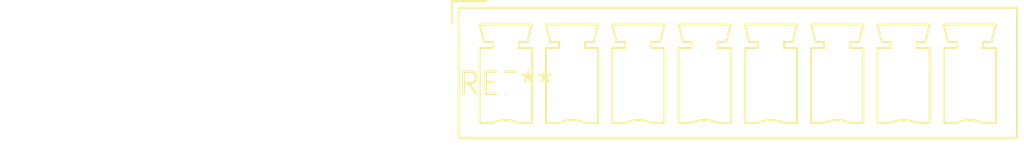
<source format=kicad_pcb>
(kicad_pcb (version 20240108) (generator pcbnew)
  (layers (0 "F.Cu" signal) (31 "B.Cu" signal) (34 "B.Paste" user) (35 "F.Paste" user) (36 "B.SilkS" user "B.Silkscreen") (37 "F.SilkS" user "F.Silkscreen") (38 "B.Mask" user) (39 "F.Mask" user) (44 "Edge.Cuts" user))
  (net 0 "")
  (footprint "PhoenixContact_MCV_1,5_8-G-3.81_1x08_P3.81mm_Vertical" (layer "F.Cu") (at 0 0)
    (property "Reference" "REF**")
    (property "Value" "PhoenixContact_MCV_1,5_8-G-3.81_1x08_P3.81mm_Vertical")
    (fp_line (start -3.1 -4.75) (end -1.1 -4.75) (layer "F.SilkS") (stroke (width 0.12)))
    (fp_line (start -3.1 -3.5) (end -3.1 -4.75) (layer "F.SilkS") (stroke (width 0.12)))
    (fp_line (start -2.71 -4.36) (end -2.71 3.11) (layer "F.SilkS") (stroke (width 0.12)))
    (fp_line (start -2.71 3.11) (end 29.38 3.11) (layer "F.SilkS") (stroke (width 0.12)))
    (fp_line (start -1.5 -3.4) (end 1.5 -3.4) (layer "F.SilkS") (stroke (width 0.12)))
    (fp_line (start -1.5 -2.05) (end -0.75 -2.05) (layer "F.SilkS") (stroke (width 0.12)))
    (fp_line (start -1.5 2.25) (end -1.5 -2.05) (layer "F.SilkS") (stroke (width 0.12)))
    (fp_line (start -1.25 -2.4) (end -1.5 -3.4) (layer "F.SilkS") (stroke (width 0.12)))
    (fp_line (start -0.75 -2.4) (end -1.25 -2.4) (layer "F.SilkS") (stroke (width 0.12)))
    (fp_line (start -0.75 -2.05) (end -0.75 -2.4) (layer "F.SilkS") (stroke (width 0.12)))
    (fp_line (start -0.75 2.25) (end -1.5 2.25) (layer "F.SilkS") (stroke (width 0.12)))
    (fp_line (start 0.75 -2.4) (end 0.75 -2.05) (layer "F.SilkS") (stroke (width 0.12)))
    (fp_line (start 0.75 -2.05) (end 1.5 -2.05) (layer "F.SilkS") (stroke (width 0.12)))
    (fp_line (start 1.25 -2.4) (end 0.75 -2.4) (layer "F.SilkS") (stroke (width 0.12)))
    (fp_line (start 1.5 -3.4) (end 1.25 -2.4) (layer "F.SilkS") (stroke (width 0.12)))
    (fp_line (start 1.5 -2.05) (end 1.5 2.25) (layer "F.SilkS") (stroke (width 0.12)))
    (fp_line (start 1.5 2.25) (end 0.75 2.25) (layer "F.SilkS") (stroke (width 0.12)))
    (fp_line (start 2.31 -3.4) (end 5.31 -3.4) (layer "F.SilkS") (stroke (width 0.12)))
    (fp_line (start 2.31 -2.05) (end 3.06 -2.05) (layer "F.SilkS") (stroke (width 0.12)))
    (fp_line (start 2.31 2.25) (end 2.31 -2.05) (layer "F.SilkS") (stroke (width 0.12)))
    (fp_line (start 2.56 -2.4) (end 2.31 -3.4) (layer "F.SilkS") (stroke (width 0.12)))
    (fp_line (start 3.06 -2.4) (end 2.56 -2.4) (layer "F.SilkS") (stroke (width 0.12)))
    (fp_line (start 3.06 -2.05) (end 3.06 -2.4) (layer "F.SilkS") (stroke (width 0.12)))
    (fp_line (start 3.06 2.25) (end 2.31 2.25) (layer "F.SilkS") (stroke (width 0.12)))
    (fp_line (start 4.56 -2.4) (end 4.56 -2.05) (layer "F.SilkS") (stroke (width 0.12)))
    (fp_line (start 4.56 -2.05) (end 5.31 -2.05) (layer "F.SilkS") (stroke (width 0.12)))
    (fp_line (start 5.06 -2.4) (end 4.56 -2.4) (layer "F.SilkS") (stroke (width 0.12)))
    (fp_line (start 5.31 -3.4) (end 5.06 -2.4) (layer "F.SilkS") (stroke (width 0.12)))
    (fp_line (start 5.31 -2.05) (end 5.31 2.25) (layer "F.SilkS") (stroke (width 0.12)))
    (fp_line (start 5.31 2.25) (end 4.56 2.25) (layer "F.SilkS") (stroke (width 0.12)))
    (fp_line (start 6.12 -3.4) (end 9.12 -3.4) (layer "F.SilkS") (stroke (width 0.12)))
    (fp_line (start 6.12 -2.05) (end 6.87 -2.05) (layer "F.SilkS") (stroke (width 0.12)))
    (fp_line (start 6.12 2.25) (end 6.12 -2.05) (layer "F.SilkS") (stroke (width 0.12)))
    (fp_line (start 6.37 -2.4) (end 6.12 -3.4) (layer "F.SilkS") (stroke (width 0.12)))
    (fp_line (start 6.87 -2.4) (end 6.37 -2.4) (layer "F.SilkS") (stroke (width 0.12)))
    (fp_line (start 6.87 -2.05) (end 6.87 -2.4) (layer "F.SilkS") (stroke (width 0.12)))
    (fp_line (start 6.87 2.25) (end 6.12 2.25) (layer "F.SilkS") (stroke (width 0.12)))
    (fp_line (start 8.37 -2.4) (end 8.37 -2.05) (layer "F.SilkS") (stroke (width 0.12)))
    (fp_line (start 8.37 -2.05) (end 9.12 -2.05) (layer "F.SilkS") (stroke (width 0.12)))
    (fp_line (start 8.87 -2.4) (end 8.37 -2.4) (layer "F.SilkS") (stroke (width 0.12)))
    (fp_line (start 9.12 -3.4) (end 8.87 -2.4) (layer "F.SilkS") (stroke (width 0.12)))
    (fp_line (start 9.12 -2.05) (end 9.12 2.25) (layer "F.SilkS") (stroke (width 0.12)))
    (fp_line (start 9.12 2.25) (end 8.37 2.25) (layer "F.SilkS") (stroke (width 0.12)))
    (fp_line (start 9.93 -3.4) (end 12.93 -3.4) (layer "F.SilkS") (stroke (width 0.12)))
    (fp_line (start 9.93 -2.05) (end 10.68 -2.05) (layer "F.SilkS") (stroke (width 0.12)))
    (fp_line (start 9.93 2.25) (end 9.93 -2.05) (layer "F.SilkS") (stroke (width 0.12)))
    (fp_line (start 10.18 -2.4) (end 9.93 -3.4) (layer "F.SilkS") (stroke (width 0.12)))
    (fp_line (start 10.68 -2.4) (end 10.18 -2.4) (layer "F.SilkS") (stroke (width 0.12)))
    (fp_line (start 10.68 -2.05) (end 10.68 -2.4) (layer "F.SilkS") (stroke (width 0.12)))
    (fp_line (start 10.68 2.25) (end 9.93 2.25) (layer "F.SilkS") (stroke (width 0.12)))
    (fp_line (start 12.18 -2.4) (end 12.18 -2.05) (layer "F.SilkS") (stroke (width 0.12)))
    (fp_line (start 12.18 -2.05) (end 12.93 -2.05) (layer "F.SilkS") (stroke (width 0.12)))
    (fp_line (start 12.68 -2.4) (end 12.18 -2.4) (layer "F.SilkS") (stroke (width 0.12)))
    (fp_line (start 12.93 -3.4) (end 12.68 -2.4) (layer "F.SilkS") (stroke (width 0.12)))
    (fp_line (start 12.93 -2.05) (end 12.93 2.25) (layer "F.SilkS") (stroke (width 0.12)))
    (fp_line (start 12.93 2.25) (end 12.18 2.25) (layer "F.SilkS") (stroke (width 0.12)))
    (fp_line (start 13.74 -3.4) (end 16.74 -3.4) (layer "F.SilkS") (stroke (width 0.12)))
    (fp_line (start 13.74 -2.05) (end 14.49 -2.05) (layer "F.SilkS") (stroke (width 0.12)))
    (fp_line (start 13.74 2.25) (end 13.74 -2.05) (layer "F.SilkS") (stroke (width 0.12)))
    (fp_line (start 13.99 -2.4) (end 13.74 -3.4) (layer "F.SilkS") (stroke (width 0.12)))
    (fp_line (start 14.49 -2.4) (end 13.99 -2.4) (layer "F.SilkS") (stroke (width 0.12)))
    (fp_line (start 14.49 -2.05) (end 14.49 -2.4) (layer "F.SilkS") (stroke (width 0.12)))
    (fp_line (start 14.49 2.25) (end 13.74 2.25) (layer "F.SilkS") (stroke (width 0.12)))
    (fp_line (start 15.99 -2.4) (end 15.99 -2.05) (layer "F.SilkS") (stroke (width 0.12)))
    (fp_line (start 15.99 -2.05) (end 16.74 -2.05) (layer "F.SilkS") (stroke (width 0.12)))
    (fp_line (start 16.49 -2.4) (end 15.99 -2.4) (layer "F.SilkS") (stroke (width 0.12)))
    (fp_line (start 16.74 -3.4) (end 16.49 -2.4) (layer "F.SilkS") (stroke (width 0.12)))
    (fp_line (start 16.74 -2.05) (end 16.74 2.25) (layer "F.SilkS") (stroke (width 0.12)))
    (fp_line (start 16.74 2.25) (end 15.99 2.25) (layer "F.SilkS") (stroke (width 0.12)))
    (fp_line (start 17.55 -3.4) (end 20.55 -3.4) (layer "F.SilkS") (stroke (width 0.12)))
    (fp_line (start 17.55 -2.05) (end 18.3 -2.05) (layer "F.SilkS") (stroke (width 0.12)))
    (fp_line (start 17.55 2.25) (end 17.55 -2.05) (layer "F.SilkS") (stroke (width 0.12)))
    (fp_line (start 17.8 -2.4) (end 17.55 -3.4) (layer "F.SilkS") (stroke (width 0.12)))
    (fp_line (start 18.3 -2.4) (end 17.8 -2.4) (layer "F.SilkS") (stroke (width 0.12)))
    (fp_line (start 18.3 -2.05) (end 18.3 -2.4) (layer "F.SilkS") (stroke (width 0.12)))
    (fp_line (start 18.3 2.25) (end 17.55 2.25) (layer "F.SilkS") (stroke (width 0.12)))
    (fp_line (start 19.8 -2.4) (end 19.8 -2.05) (layer "F.SilkS") (stroke (width 0.12)))
    (fp_line (start 19.8 -2.05) (end 20.55 -2.05) (layer "F.SilkS") (stroke (width 0.12)))
    (fp_line (start 20.3 -2.4) (end 19.8 -2.4) (layer "F.SilkS") (stroke (width 0.12)))
    (fp_line (start 20.55 -3.4) (end 20.3 -2.4) (layer "F.SilkS") (stroke (width 0.12)))
    (fp_line (start 20.55 -2.05) (end 20.55 2.25) (layer "F.SilkS") (stroke (width 0.12)))
    (fp_line (start 20.55 2.25) (end 19.8 2.25) (layer "F.SilkS") (stroke (width 0.12)))
    (fp_line (start 21.36 -3.4) (end 24.36 -3.4) (layer "F.SilkS") (stroke (width 0.12)))
    (fp_line (start 21.36 -2.05) (end 22.11 -2.05) (layer "F.SilkS") (stroke (width 0.12)))
    (fp_line (start 21.36 2.25) (end 21.36 -2.05) (layer "F.SilkS") (stroke (width 0.12)))
    (fp_line (start 21.61 -2.4) (end 21.36 -3.4) (layer "F.SilkS") (stroke (width 0.12)))
    (fp_line (start 22.11 -2.4) (end 21.61 -2.4) (layer "F.SilkS") (stroke (width 0.12)))
    (fp_line (start 22.11 -2.05) (end 22.11 -2.4) (layer "F.SilkS") (stroke (width 0.12)))
    (fp_line (start 22.11 2.25) (end 21.36 2.25) (layer "F.SilkS") (stroke (width 0.12)))
    (fp_line (start 23.61 -2.4) (end 23.61 -2.05) (layer "F.SilkS") (stroke (width 0.12)))
    (fp_line (start 23.61 -2.05) (end 24.36 -2.05) (layer "F.SilkS") (stroke (width 0.12)))
    (fp_line (start 24.11 -2.4) (end 23.61 -2.4) (layer "F.SilkS") (stroke (width 0.12)))
    (fp_line (start 24.36 -3.4) (end 24.11 -2.4) (layer "F.SilkS") (stroke (width 0.12)))
    (fp_line (start 24.36 -2.05) (end 24.36 2.25) (layer "F.SilkS") (stroke (width 0.12)))
    (fp_line (start 24.36 2.25) (end 23.61 2.25) (layer "F.SilkS") (stroke (width 0.12)))
    (fp_line (start 25.17 -3.4) (end 28.17 -3.4) (layer "F.SilkS") (stroke (width 0.12)))
    (fp_line (start 25.17 -2.05) (end 25.92 -2.05) (layer "F.SilkS") (stroke (width 0.12)))
    (fp_line (start 25.17 2.25) (end 25.17 -2.05) (layer "F.SilkS") (stroke (width 0.12)))
    (fp_line (start 25.42 -2.4) (end 25.17 -3.4) (layer "F.SilkS") (stroke (width 0.12)))
    (fp_line (start 25.92 -2.4) (end 25.42 -2.4) (layer "F.SilkS") (stroke (width 0.12)))
    (fp_line (start 25.92 -2.05) (end 25.92 -2.4) (layer "F.SilkS") (stroke (width 0.12)))
    (fp_line (start 25.92 2.25) (end 25.17 2.25) (layer "F.SilkS") (stroke (width 0.12)))
    (fp_line (start 27.42 -2.4) (end 27.42 -2.05) (layer "F.SilkS") (stroke (width 0.12)))
    (fp_line (start 27.42 -2.05) (end 28.17 -2.05) (layer "F.SilkS") (stroke (width 0.12)))
    (fp_line (start 27.92 -2.4) (end 27.42 -2.4) (layer "F.SilkS") (stroke (width 0.12)))
    (fp_line (start 28.17 -3.4) (end 27.92 -2.4) (layer "F.SilkS") (stroke (width 0.12)))
    (fp_line (start 28.17 -2.05) (end 28.17 2.25) (layer "F.SilkS") (stroke (width 0.12)))
    (fp_line (start 28.17 2.25) (end 27.42 2.25) (layer "F.SilkS") (stroke (width 0.12)))
    (fp_line (start 29.38 -4.36) (end -2.71 -4.36) (layer "F.SilkS") (stroke (width 0.12)))
    (fp_line (start 29.38 3.11) (end 29.38 -4.36) (layer "F.SilkS") (stroke (width 0.12)))
    (fp_arc (start -0.75 2.25) (mid -0.000193 2.09191) (end 0.749647 2.249844) (layer "F.SilkS") (stroke (width 0.12)))
    (fp_arc (start 3.06 2.25) (mid 3.809807 2.09191) (end 4.559647 2.249844) (layer "F.SilkS") (stroke (width 0.12)))
    (fp_arc (start 6.87 2.25) (mid 7.619807 2.09191) (end 8.369647 2.249844) (layer "F.SilkS") (stroke (width 0.12)))
    (fp_arc (start 10.68 2.25) (mid 11.429807 2.09191) (end 12.179647 2.249844) (layer "F.SilkS") (stroke (width 0.12)))
    (fp_arc (start 14.49 2.25) (mid 15.239807 2.09191) (end 15.989647 2.249844) (layer "F.SilkS") (stroke (width 0.12)))
    (fp_arc (start 18.3 2.25) (mid 19.049807 2.09191) (end 19.799647 2.249844) (layer "F.SilkS") (stroke (width 0.12)))
    (fp_arc (start 22.11 2.25) (mid 22.859807 2.09191) (end 23.609647 2.249844) (layer "F.SilkS") (stroke (width 0.12)))
    (fp_arc (start 25.92 2.25) (mid 26.669807 2.09191) (end 27.419647 2.249844) (layer "F.SilkS") (stroke (width 0.12)))
    (pad "1" thru_hole roundrect (at 0 0) (size 1.8 3.6) (drill 1.2) (layers *.Cu *.Mask) (remove_unused_layers) (roundrect_rratio 0.138889))
    (pad "2" thru_hole oval (at 3.81 0) (size 1.8 3.6) (drill 1.2) (layers *.Cu *.Mask) (remove_unused_layers))
    (pad "3" thru_hole oval (at 7.62 0) (size 1.8 3.6) (drill 1.2) (layers *.Cu *.Mask) (remove_unused_layers))
    (pad "4" thru_hole oval (at 11.43 0) (size 1.8 3.6) (drill 1.2) (layers *.Cu *.Mask) (remove_unused_layers))
    (pad "5" thru_hole oval (at 15.24 0) (size 1.8 3.6) (drill 1.2) (layers *.Cu *.Mask) (remove_unused_layers))
    (pad "6" thru_hole oval (at 19.05 0) (size 1.8 3.6) (drill 1.2) (layers *.Cu *.Mask) (remove_unused_layers))
    (pad "7" thru_hole oval (at 22.86 0) (size 1.8 3.6) (drill 1.2) (layers *.Cu *.Mask) (remove_unused_layers))
    (pad "8" thru_hole oval (at 26.67 0) (size 1.8 3.6) (drill 1.2) (layers *.Cu *.Mask) (remove_unused_layers))
  )
)
</source>
